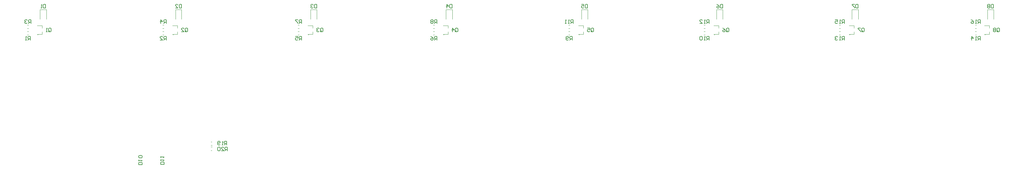
<source format=gbo>
%FSLAX23Y23*%
%MOIN*%
%SFA1B1*%

%IPPOS*%
%ADD10C,0.004720*%
%ADD13C,0.007870*%
%LNbenchy-relays-pcb-1*%
%LPD*%
G54D10*
X655Y1786D02*
X667D01*
X654Y1749D02*
X668D01*
X760Y1686D02*
X816D01*
X9500Y1777D02*
X9556D01*
Y1751D02*
Y1777D01*
X9509Y1679D02*
X9514Y1686D01*
X8044D02*
X8052Y1679D01*
X9500Y1686D02*
X9556D01*
Y1712*
X9500Y1686D02*
X9509Y1679D01*
X11012Y1751D02*
Y1777D01*
X10966Y1679D02*
X10971Y1686D01*
X10957D02*
X10966Y1679D01*
X10957Y1686D02*
X11012D01*
Y1712*
X10957Y1777D02*
X11012D01*
X9600Y1848D02*
Y1953D01*
X9533D02*
X9600D01*
X8076D02*
Y1848D01*
X11057D02*
Y1953D01*
X10990D02*
X11057D01*
X9533D02*
Y1848D01*
X8143D02*
Y1953D01*
X8044Y1777D02*
X8099D01*
Y1751*
X8052Y1679D02*
X8057Y1686D01*
X8076Y1953D02*
X8143D01*
X8044Y1686D02*
X8099D01*
Y1712*
X9394Y1715D02*
X9408D01*
X9395Y1678D02*
X9407D01*
X9394Y1749D02*
X9408D01*
X10860Y1678D02*
X10872D01*
X10859Y1749D02*
X10873D01*
X10860Y1786D02*
X10872D01*
X9395D02*
X9407D01*
X7938D02*
X7950D01*
X3567Y1715D02*
X3581D01*
X3568Y1678D02*
X3580D01*
X7937Y1715D02*
X7951D01*
X7938Y1678D02*
X7950D01*
X7937Y1749D02*
X7951D01*
X2112Y1678D02*
X2124D01*
X5024Y1715D02*
X5038D01*
X5025Y1678D02*
X5037D01*
X654Y1715D02*
X668D01*
X655Y1678D02*
X667D01*
X2111Y1715D02*
X2125D01*
X6481D02*
X6495D01*
X2630Y485D02*
X2644D01*
X2631Y522D02*
X2643D01*
X10859Y1715D02*
X10873D01*
X6482Y1678D02*
X6494D01*
X2630Y467D02*
X2644D01*
X2631Y430D02*
X2643D01*
X10990Y1953D02*
Y1848D01*
X2250Y1953D02*
Y1848D01*
X2316D02*
Y1953D01*
X2250D02*
X2316D01*
X2272Y1751D02*
Y1777D01*
X2226Y1679D02*
X2231Y1686D01*
X2217D02*
X2226Y1679D01*
X3568Y1786D02*
X3580D01*
X3674Y1777D02*
X3729D01*
Y1751D02*
Y1777D01*
X3682Y1679D02*
X3687Y1686D01*
X3567Y1749D02*
X3581D01*
X3674Y1686D02*
X3729D01*
Y1712*
X769Y1679D02*
X774Y1686D01*
X760D02*
X769Y1679D01*
X793Y1953D02*
Y1848D01*
X816Y1686D02*
Y1712D01*
X760Y1777D02*
X816D01*
Y1751D02*
Y1777D01*
X860Y1848D02*
Y1953D01*
X2217Y1686D02*
X2272D01*
Y1712*
X2217Y1777D02*
X2272D01*
X793Y1953D02*
X860D01*
X2112Y1786D02*
X2124D01*
X2111Y1749D02*
X2125D01*
X6481D02*
X6495D01*
X6587Y1686D02*
X6642D01*
Y1712*
X5230Y1848D02*
Y1953D01*
X5163D02*
X5230D01*
X6482Y1786D02*
X6494D01*
X6587Y1777D02*
X6642D01*
X6620Y1953D02*
Y1848D01*
X6687D02*
Y1953D01*
X6620D02*
X6687D01*
X6642Y1751D02*
Y1777D01*
X6596Y1679D02*
X6601Y1686D01*
X6587D02*
X6596Y1679D01*
X3706Y1953D02*
X3773D01*
X5025Y1786D02*
X5037D01*
X5024Y1749D02*
X5038D01*
X3674Y1686D02*
X3682Y1679D01*
X3706Y1953D02*
Y1848D01*
X3773D02*
Y1953D01*
X5130Y1686D02*
X5186D01*
X5139Y1679D02*
X5144Y1686D01*
X5130D02*
X5139Y1679D01*
X5163Y1953D02*
Y1848D01*
X5186Y1686D02*
Y1712D01*
X5130Y1777D02*
X5186D01*
Y1751D02*
Y1777D01*
G54D13*
X2129Y280D02*
X2090D01*
Y299*
X2097Y306*
X2123*
X2129Y299*
Y280*
X2090Y319D02*
Y332D01*
Y326*
X2129*
X2123Y319*
X2090Y352D02*
Y365D01*
Y358*
X2129*
X2123Y352*
X1893Y276D02*
X1854D01*
Y296*
X1860Y302*
X1887*
X1893Y296*
Y276*
X1854Y315D02*
Y329D01*
Y322*
X1893*
X1887Y315*
Y348D02*
X1893Y355D01*
Y368*
X1887Y374*
X1860*
X1854Y368*
Y355*
X1860Y348*
X1887*
X2809Y425D02*
Y464D01*
X2790*
X2783Y458*
Y444*
X2790Y438*
X2809*
X2796D02*
X2783Y425D01*
X2744D02*
X2770D01*
X2744Y451*
Y458*
X2750Y464*
X2763*
X2770Y458*
X2730D02*
X2724Y464D01*
X2711*
X2704Y458*
Y431*
X2711Y425*
X2724*
X2730Y431*
Y458*
X2803Y488D02*
Y527D01*
X2783*
X2776Y520*
Y507*
X2783Y501*
X2803*
X2790D02*
X2776Y488D01*
X2763D02*
X2750D01*
X2757*
Y527*
X2763Y520*
X2730Y494D02*
X2724Y488D01*
X2711*
X2704Y494*
Y520*
X2711Y527*
X2724*
X2730Y520*
Y514*
X2724Y507*
X2704*
X10915Y1803D02*
Y1842D01*
X10895*
X10889Y1835*
Y1822*
X10895Y1816*
X10915*
X10902D02*
X10889Y1803D01*
X10875D02*
X10862D01*
X10869*
Y1842*
X10875Y1835*
X10816Y1842D02*
X10830Y1835D01*
X10843Y1822*
Y1809*
X10836Y1803*
X10823*
X10816Y1809*
Y1816*
X10823Y1822*
X10843*
X9450Y1803D02*
Y1842D01*
X9431*
X9424Y1835*
Y1822*
X9431Y1816*
X9450*
X9437D02*
X9424Y1803D01*
X9411D02*
X9398D01*
X9404*
Y1842*
X9411Y1835*
X9352Y1842D02*
X9378D01*
Y1822*
X9365Y1829*
X9358*
X9352Y1822*
Y1809*
X9358Y1803*
X9372*
X9378Y1809*
X10915Y1622D02*
Y1661D01*
X10895*
X10889Y1654*
Y1641*
X10895Y1635*
X10915*
X10902D02*
X10889Y1622D01*
X10875D02*
X10862D01*
X10869*
Y1661*
X10875Y1654*
X10823Y1622D02*
Y1661D01*
X10843Y1641*
X10816*
X9450Y1622D02*
Y1661D01*
X9431*
X9424Y1654*
Y1641*
X9431Y1635*
X9450*
X9437D02*
X9424Y1622D01*
X9411D02*
X9398D01*
X9404*
Y1661*
X9411Y1654*
X9378D02*
X9372Y1661D01*
X9358*
X9352Y1654*
Y1648*
X9358Y1641*
X9365*
X9358*
X9352Y1635*
Y1628*
X9358Y1622*
X9372*
X9378Y1628*
X7994Y1803D02*
Y1842D01*
X7974*
X7967Y1835*
Y1822*
X7974Y1816*
X7994*
X7980D02*
X7967Y1803D01*
X7954D02*
X7941D01*
X7948*
Y1842*
X7954Y1835*
X7895Y1803D02*
X7921D01*
X7895Y1829*
Y1835*
X7902Y1842*
X7915*
X7921Y1835*
X6530Y1803D02*
Y1842D01*
X6511*
X6504Y1835*
Y1822*
X6511Y1816*
X6530*
X6517D02*
X6504Y1803D01*
X6491D02*
X6478D01*
X6484*
Y1842*
X6491Y1835*
X6458Y1803D02*
X6445D01*
X6452*
Y1842*
X6458Y1835*
X7994Y1622D02*
Y1661D01*
X7974*
X7967Y1654*
Y1641*
X7974Y1635*
X7994*
X7980D02*
X7967Y1622D01*
X7954D02*
X7941D01*
X7948*
Y1661*
X7954Y1654*
X7921D02*
X7915Y1661D01*
X7902*
X7895Y1654*
Y1628*
X7902Y1622*
X7915*
X7921Y1628*
Y1654*
X6520Y1622D02*
Y1661D01*
X6501*
X6494Y1654*
Y1641*
X6501Y1635*
X6520*
X6507D02*
X6494Y1622D01*
X6481Y1628D02*
X6475Y1622D01*
X6461*
X6455Y1628*
Y1654*
X6461Y1661*
X6475*
X6481Y1654*
Y1648*
X6475Y1641*
X6455*
X5064Y1803D02*
Y1842D01*
X5044*
X5038Y1835*
Y1822*
X5044Y1816*
X5064*
X5051D02*
X5038Y1803D01*
X5024Y1835D02*
X5018Y1842D01*
X5005*
X4998Y1835*
Y1829*
X5005Y1822*
X4998Y1816*
Y1809*
X5005Y1803*
X5018*
X5024Y1809*
Y1816*
X5018Y1822*
X5024Y1829*
Y1835*
X5018Y1822D02*
X5005D01*
X3607Y1803D02*
Y1842D01*
X3587*
X3581Y1835*
Y1822*
X3587Y1816*
X3607*
X3594D02*
X3581Y1803D01*
X3568Y1842D02*
X3542D01*
Y1835*
X3568Y1809*
Y1803*
X5064Y1622D02*
Y1661D01*
X5044*
X5038Y1654*
Y1641*
X5044Y1635*
X5064*
X5051D02*
X5038Y1622D01*
X4998Y1661D02*
X5011Y1654D01*
X5024Y1641*
Y1628*
X5018Y1622*
X5005*
X4998Y1628*
Y1635*
X5005Y1641*
X5024*
X3607Y1622D02*
Y1661D01*
X3587*
X3581Y1654*
Y1641*
X3587Y1635*
X3607*
X3594D02*
X3581Y1622D01*
X3542Y1661D02*
X3568D01*
Y1641*
X3555Y1648*
X3548*
X3542Y1641*
Y1628*
X3548Y1622*
X3561*
X3568Y1628*
X2150Y1803D02*
Y1842D01*
X2131*
X2124Y1835*
Y1822*
X2131Y1816*
X2150*
X2137D02*
X2124Y1803D01*
X2091D02*
Y1842D01*
X2111Y1822*
X2085*
X694Y1803D02*
Y1842D01*
X674*
X667Y1835*
Y1822*
X674Y1816*
X694*
X681D02*
X667Y1803D01*
X654Y1835D02*
X648Y1842D01*
X635*
X628Y1835*
Y1829*
X635Y1822*
X641*
X635*
X628Y1816*
Y1809*
X635Y1803*
X648*
X654Y1809*
X2150Y1622D02*
Y1661D01*
X2131*
X2124Y1654*
Y1641*
X2131Y1635*
X2150*
X2137D02*
X2124Y1622D01*
X2085D02*
X2111D01*
X2085Y1648*
Y1654*
X2091Y1661*
X2104*
X2111Y1654*
X687Y1622D02*
Y1661D01*
X667*
X661Y1654*
Y1641*
X667Y1635*
X687*
X674D02*
X661Y1622D01*
X648D02*
X635D01*
X641*
Y1661*
X648Y1654*
X11094Y1719D02*
Y1745D01*
X11101Y1751*
X11114*
X11120Y1745*
Y1719*
X11114Y1712*
X11101*
X11107Y1725D02*
X11094Y1712D01*
X11101D02*
X11094Y1719D01*
X11081Y1745D02*
X11074Y1751D01*
X11061*
X11055Y1745*
Y1738*
X11061Y1732*
X11055Y1725*
Y1719*
X11061Y1712*
X11074*
X11081Y1719*
Y1725*
X11074Y1732*
X11081Y1738*
Y1745*
X11074Y1732D02*
X11061D01*
X9637Y1719D02*
Y1745D01*
X9644Y1751*
X9657*
X9664Y1745*
Y1719*
X9657Y1712*
X9644*
X9650Y1725D02*
X9637Y1712D01*
X9644D02*
X9637Y1719D01*
X9624Y1751D02*
X9598D01*
Y1745*
X9624Y1719*
Y1712*
X8181Y1719D02*
Y1745D01*
X8187Y1751*
X8200*
X8207Y1745*
Y1719*
X8200Y1712*
X8187*
X8194Y1725D02*
X8181Y1712D01*
X8187D02*
X8181Y1719D01*
X8141Y1751D02*
X8154Y1745D01*
X8167Y1732*
Y1719*
X8161Y1712*
X8148*
X8141Y1719*
Y1725*
X8148Y1732*
X8167*
X6724Y1719D02*
Y1745D01*
X6730Y1751*
X6744*
X6750Y1745*
Y1719*
X6744Y1712*
X6730*
X6737Y1725D02*
X6724Y1712D01*
X6730D02*
X6724Y1719D01*
X6685Y1751D02*
X6711D01*
Y1732*
X6698Y1738*
X6691*
X6685Y1732*
Y1719*
X6691Y1712*
X6704*
X6711Y1719*
X5263D02*
Y1745D01*
X5270Y1751*
X5283*
X5290Y1745*
Y1719*
X5283Y1712*
X5270*
X5276Y1725D02*
X5263Y1712D01*
X5270D02*
X5263Y1719D01*
X5230Y1712D02*
Y1751D01*
X5250Y1732*
X5224*
X3811Y1719D02*
Y1745D01*
X3817Y1751*
X3830*
X3837Y1745*
Y1719*
X3830Y1712*
X3817*
X3824Y1725D02*
X3811Y1712D01*
X3817D02*
X3811Y1719D01*
X3797Y1745D02*
X3791Y1751D01*
X3778*
X3771Y1745*
Y1738*
X3778Y1732*
X3784*
X3778*
X3771Y1725*
Y1719*
X3778Y1712*
X3791*
X3797Y1719*
X2354D02*
Y1745D01*
X2360Y1751*
X2374*
X2380Y1745*
Y1719*
X2374Y1712*
X2360*
X2367Y1725D02*
X2354Y1712D01*
X2360D02*
X2354Y1719D01*
X2314Y1712D02*
X2341D01*
X2314Y1738*
Y1745*
X2321Y1751*
X2334*
X2341Y1745*
X884Y1719D02*
Y1745D01*
X891Y1751*
X904*
X910Y1745*
Y1719*
X904Y1712*
X891*
X897Y1725D02*
X884Y1712D01*
X891D02*
X884Y1719D01*
X871Y1712D02*
X858D01*
X864*
Y1751*
X871Y1745*
X11056Y2007D02*
Y1968D01*
X11036*
X11030Y1975*
Y2001*
X11036Y2007*
X11056*
X11017Y2001D02*
X11010Y2007D01*
X10997*
X10990Y2001*
Y1994*
X10997Y1988*
X10990Y1981*
Y1975*
X10997Y1968*
X11010*
X11017Y1975*
Y1981*
X11010Y1988*
X11017Y1994*
Y2001*
X11010Y1988D02*
X10997D01*
X9599Y2007D02*
Y1968D01*
X9580*
X9573Y1975*
Y2001*
X9580Y2007*
X9599*
X9560D02*
X9534D01*
Y2001*
X9560Y1975*
Y1968*
X8143Y2007D02*
Y1968D01*
X8123*
X8116Y1975*
Y2001*
X8123Y2007*
X8143*
X8077D02*
X8090Y2001D01*
X8103Y1988*
Y1975*
X8097Y1968*
X8084*
X8077Y1975*
Y1981*
X8084Y1988*
X8103*
X6686Y2007D02*
Y1968D01*
X6666*
X6660Y1975*
Y2001*
X6666Y2007*
X6686*
X6620D02*
X6646D01*
Y1988*
X6633Y1994*
X6627*
X6620Y1988*
Y1975*
X6627Y1968*
X6640*
X6646Y1975*
X5229Y2007D02*
Y1968D01*
X5209*
X5203Y1975*
Y2001*
X5209Y2007*
X5229*
X5170Y1968D02*
Y2007D01*
X5190Y1988*
X5164*
X3772Y2007D02*
Y1968D01*
X3753*
X3746Y1975*
Y2001*
X3753Y2007*
X3772*
X3733Y2001D02*
X3727Y2007D01*
X3713*
X3707Y2001*
Y1994*
X3713Y1988*
X3720*
X3713*
X3707Y1981*
Y1975*
X3713Y1968*
X3727*
X3733Y1975*
X2316Y2007D02*
Y1968D01*
X2296*
X2290Y1975*
Y2001*
X2296Y2007*
X2316*
X2250Y1968D02*
X2276D01*
X2250Y1994*
Y2001*
X2257Y2007*
X2270*
X2276Y2001*
X853Y2007D02*
Y1968D01*
X833*
X826Y1975*
Y2001*
X833Y2007*
X853*
X813Y1968D02*
X800D01*
X807*
Y2007*
X813Y2001*
M02*
</source>
